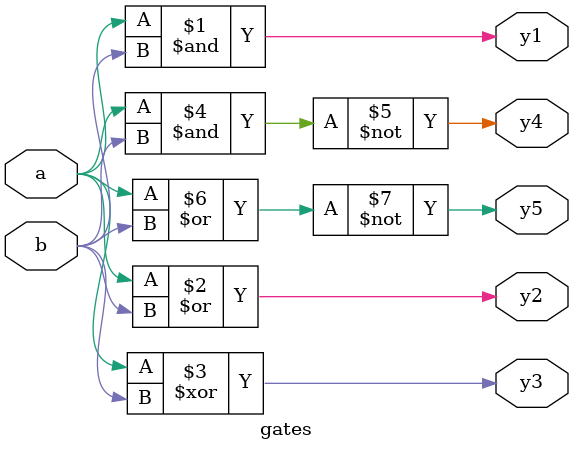
<source format=v>

module gates(input wire a, b,
             output wire y1, y2, y3, y4, y5);

  assign y1 = a & b;    // AND
  assign y2 = a | b;    // OR
  assign y3 = a ^ b;    // XOR
  assign y4 = ~(a & b); // HAND
  assign y5 = ~(a | b); // NOR

  // Log value when emit chang event of y(1, 2, 3, 4, 5).
  always @(y1) 
    $display("%b & %b = %b\n", a, b, y1);
  always @(y2) 
    $display("%b | %b = %b\n", a, b, y2);
  always @(y3) 
    $display("%b ^ %b = %b\n", a, b, y3);
  always @(y4) 
    $display("~(%b & %b) = %b\n", a, b, y4);
  always @(y5) 
    $display("~(%b | %b) = %b\n", a, b, y5);
endmodule

</source>
